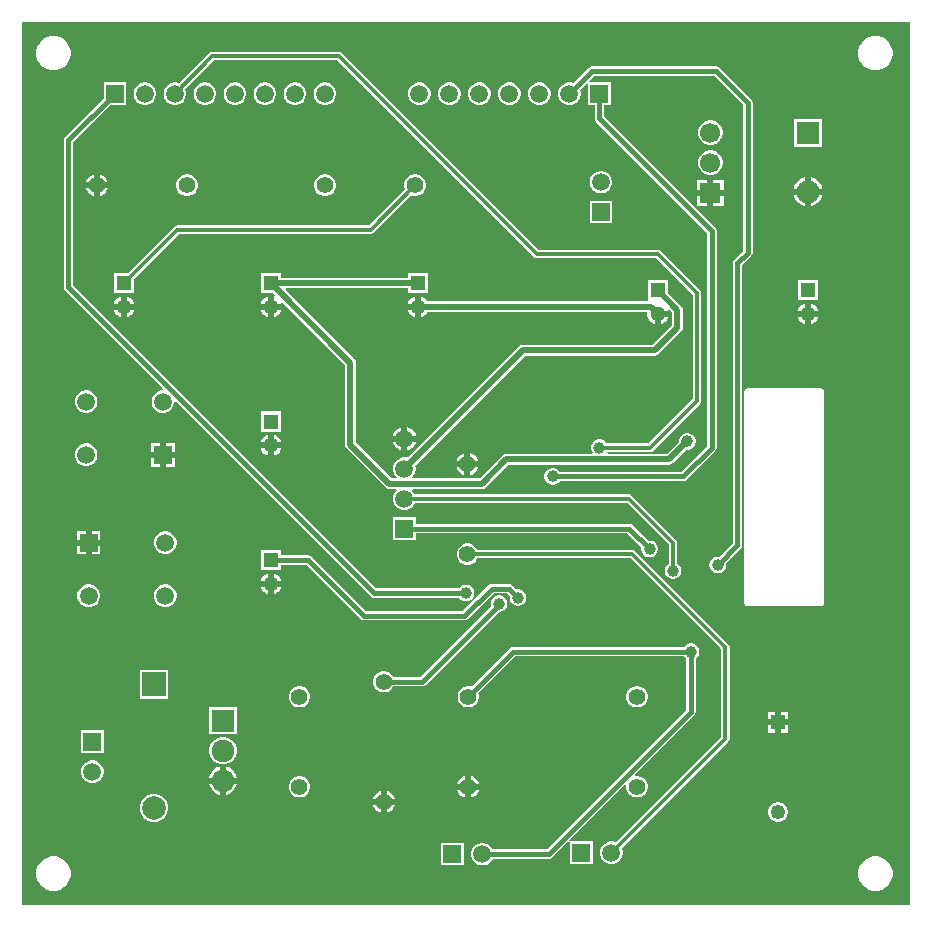
<source format=gbl>
G04*
G04 #@! TF.GenerationSoftware,Altium Limited,Altium Designer,22.4.2 (48)*
G04*
G04 Layer_Physical_Order=2*
G04 Layer_Color=16711680*
%FSLAX25Y25*%
%MOIN*%
G70*
G04*
G04 #@! TF.SameCoordinates,09A78814-C825-4F20-898B-51866AA435C6*
G04*
G04*
G04 #@! TF.FilePolarity,Positive*
G04*
G01*
G75*
%ADD33R,0.04921X0.04921*%
%ADD34C,0.04921*%
%ADD36C,0.01968*%
%ADD37C,0.01500*%
%ADD38C,0.01181*%
%ADD39R,0.05118X0.05118*%
%ADD40C,0.05118*%
%ADD41C,0.05512*%
%ADD42R,0.07677X0.07677*%
%ADD43C,0.07677*%
%ADD44R,0.06693X0.06693*%
%ADD45C,0.06693*%
%ADD46R,0.05906X0.05906*%
%ADD47C,0.05906*%
%ADD48R,0.05906X0.05906*%
%ADD49R,0.07559X0.07559*%
%ADD50C,0.07559*%
%ADD51C,0.07874*%
%ADD52R,0.07874X0.07874*%
%ADD53C,0.03937*%
G36*
X296929Y571D02*
X1071D01*
Y294929D01*
X296929D01*
Y571D01*
D02*
G37*
%LPC*%
G36*
X286253Y290221D02*
X284747D01*
X283292Y289831D01*
X281987Y289078D01*
X280922Y288013D01*
X280169Y286708D01*
X279779Y285253D01*
Y283747D01*
X280169Y282292D01*
X280922Y280987D01*
X281987Y279922D01*
X283292Y279169D01*
X284747Y278779D01*
X286253D01*
X287708Y279169D01*
X289013Y279922D01*
X290078Y280987D01*
X290831Y282292D01*
X291221Y283747D01*
Y285253D01*
X290831Y286708D01*
X290078Y288013D01*
X289013Y289078D01*
X287708Y289831D01*
X286253Y290221D01*
D02*
G37*
G36*
X12253D02*
X10747D01*
X9292Y289831D01*
X7987Y289078D01*
X6922Y288013D01*
X6169Y286708D01*
X5779Y285253D01*
Y283747D01*
X6169Y282292D01*
X6922Y280987D01*
X7987Y279922D01*
X9292Y279169D01*
X10747Y278779D01*
X12253D01*
X13708Y279169D01*
X15013Y279922D01*
X16078Y280987D01*
X16831Y282292D01*
X17221Y283747D01*
Y285253D01*
X16831Y286708D01*
X16078Y288013D01*
X15013Y289078D01*
X13708Y289831D01*
X12253Y290221D01*
D02*
G37*
G36*
X173994Y274753D02*
X173006D01*
X172052Y274497D01*
X171196Y274003D01*
X170497Y273304D01*
X170003Y272448D01*
X169747Y271494D01*
Y270506D01*
X170003Y269551D01*
X170497Y268696D01*
X171196Y267997D01*
X172052Y267503D01*
X173006Y267247D01*
X173994D01*
X174949Y267503D01*
X175804Y267997D01*
X176503Y268696D01*
X176997Y269551D01*
X177253Y270506D01*
Y271494D01*
X176997Y272448D01*
X176503Y273304D01*
X175804Y274003D01*
X174949Y274497D01*
X173994Y274753D01*
D02*
G37*
G36*
X163994D02*
X163006D01*
X162051Y274497D01*
X161196Y274003D01*
X160497Y273304D01*
X160003Y272448D01*
X159747Y271494D01*
Y270506D01*
X160003Y269551D01*
X160497Y268696D01*
X161196Y267997D01*
X162051Y267503D01*
X163006Y267247D01*
X163994D01*
X164948Y267503D01*
X165804Y267997D01*
X166503Y268696D01*
X166997Y269551D01*
X167253Y270506D01*
Y271494D01*
X166997Y272448D01*
X166503Y273304D01*
X165804Y274003D01*
X164948Y274497D01*
X163994Y274753D01*
D02*
G37*
G36*
X153994D02*
X153006D01*
X152051Y274497D01*
X151196Y274003D01*
X150497Y273304D01*
X150003Y272448D01*
X149747Y271494D01*
Y270506D01*
X150003Y269551D01*
X150497Y268696D01*
X151196Y267997D01*
X152051Y267503D01*
X153006Y267247D01*
X153994D01*
X154948Y267503D01*
X155804Y267997D01*
X156503Y268696D01*
X156997Y269551D01*
X157253Y270506D01*
Y271494D01*
X156997Y272448D01*
X156503Y273304D01*
X155804Y274003D01*
X154948Y274497D01*
X153994Y274753D01*
D02*
G37*
G36*
X143994D02*
X143006D01*
X142051Y274497D01*
X141196Y274003D01*
X140497Y273304D01*
X140003Y272448D01*
X139747Y271494D01*
Y270506D01*
X140003Y269551D01*
X140497Y268696D01*
X141196Y267997D01*
X142051Y267503D01*
X143006Y267247D01*
X143994D01*
X144948Y267503D01*
X145804Y267997D01*
X146503Y268696D01*
X146997Y269551D01*
X147253Y270506D01*
Y271494D01*
X146997Y272448D01*
X146503Y273304D01*
X145804Y274003D01*
X144948Y274497D01*
X143994Y274753D01*
D02*
G37*
G36*
X133994D02*
X133006D01*
X132052Y274497D01*
X131196Y274003D01*
X130497Y273304D01*
X130003Y272448D01*
X129747Y271494D01*
Y270506D01*
X130003Y269551D01*
X130497Y268696D01*
X131196Y267997D01*
X132052Y267503D01*
X133006Y267247D01*
X133994D01*
X134949Y267503D01*
X135804Y267997D01*
X136503Y268696D01*
X136997Y269551D01*
X137253Y270506D01*
Y271494D01*
X136997Y272448D01*
X136503Y273304D01*
X135804Y274003D01*
X134949Y274497D01*
X133994Y274753D01*
D02*
G37*
G36*
X102494D02*
X101506D01*
X100551Y274497D01*
X99696Y274003D01*
X98997Y273304D01*
X98503Y272448D01*
X98247Y271494D01*
Y270506D01*
X98503Y269551D01*
X98997Y268696D01*
X99696Y267997D01*
X100551Y267503D01*
X101506Y267247D01*
X102494D01*
X103448Y267503D01*
X104304Y267997D01*
X105003Y268696D01*
X105497Y269551D01*
X105753Y270506D01*
Y271494D01*
X105497Y272448D01*
X105003Y273304D01*
X104304Y274003D01*
X103448Y274497D01*
X102494Y274753D01*
D02*
G37*
G36*
X92494D02*
X91506D01*
X90552Y274497D01*
X89696Y274003D01*
X88997Y273304D01*
X88503Y272448D01*
X88247Y271494D01*
Y270506D01*
X88503Y269551D01*
X88997Y268696D01*
X89696Y267997D01*
X90552Y267503D01*
X91506Y267247D01*
X92494D01*
X93449Y267503D01*
X94304Y267997D01*
X95003Y268696D01*
X95497Y269551D01*
X95753Y270506D01*
Y271494D01*
X95497Y272448D01*
X95003Y273304D01*
X94304Y274003D01*
X93449Y274497D01*
X92494Y274753D01*
D02*
G37*
G36*
X82494D02*
X81506D01*
X80551Y274497D01*
X79696Y274003D01*
X78997Y273304D01*
X78503Y272448D01*
X78247Y271494D01*
Y270506D01*
X78503Y269551D01*
X78997Y268696D01*
X79696Y267997D01*
X80551Y267503D01*
X81506Y267247D01*
X82494D01*
X83448Y267503D01*
X84304Y267997D01*
X85003Y268696D01*
X85497Y269551D01*
X85753Y270506D01*
Y271494D01*
X85497Y272448D01*
X85003Y273304D01*
X84304Y274003D01*
X83448Y274497D01*
X82494Y274753D01*
D02*
G37*
G36*
X72494D02*
X71506D01*
X70552Y274497D01*
X69696Y274003D01*
X68997Y273304D01*
X68503Y272448D01*
X68247Y271494D01*
Y270506D01*
X68503Y269551D01*
X68997Y268696D01*
X69696Y267997D01*
X70552Y267503D01*
X71506Y267247D01*
X72494D01*
X73448Y267503D01*
X74304Y267997D01*
X75003Y268696D01*
X75497Y269551D01*
X75753Y270506D01*
Y271494D01*
X75497Y272448D01*
X75003Y273304D01*
X74304Y274003D01*
X73448Y274497D01*
X72494Y274753D01*
D02*
G37*
G36*
X62494D02*
X61506D01*
X60552Y274497D01*
X59696Y274003D01*
X58997Y273304D01*
X58503Y272448D01*
X58247Y271494D01*
Y270506D01*
X58503Y269551D01*
X58997Y268696D01*
X59696Y267997D01*
X60552Y267503D01*
X61506Y267247D01*
X62494D01*
X63449Y267503D01*
X64304Y267997D01*
X65003Y268696D01*
X65497Y269551D01*
X65753Y270506D01*
Y271494D01*
X65497Y272448D01*
X65003Y273304D01*
X64304Y274003D01*
X63449Y274497D01*
X62494Y274753D01*
D02*
G37*
G36*
X42494D02*
X41506D01*
X40551Y274497D01*
X39696Y274003D01*
X38997Y273304D01*
X38503Y272448D01*
X38247Y271494D01*
Y270506D01*
X38503Y269551D01*
X38997Y268696D01*
X39696Y267997D01*
X40551Y267503D01*
X41506Y267247D01*
X42494D01*
X43448Y267503D01*
X44304Y267997D01*
X45003Y268696D01*
X45497Y269551D01*
X45753Y270506D01*
Y271494D01*
X45497Y272448D01*
X45003Y273304D01*
X44304Y274003D01*
X43448Y274497D01*
X42494Y274753D01*
D02*
G37*
G36*
X231046Y262146D02*
X229954D01*
X228900Y261864D01*
X227954Y261318D01*
X227182Y260546D01*
X226636Y259600D01*
X226354Y258546D01*
Y257454D01*
X226636Y256399D01*
X227182Y255454D01*
X227954Y254682D01*
X228900Y254136D01*
X229954Y253854D01*
X231046D01*
X232101Y254136D01*
X233046Y254682D01*
X233818Y255454D01*
X234364Y256399D01*
X234647Y257454D01*
Y258546D01*
X234364Y259600D01*
X233818Y260546D01*
X233046Y261318D01*
X232101Y261864D01*
X231046Y262146D01*
D02*
G37*
G36*
X267639Y262639D02*
X258361D01*
Y253361D01*
X267639D01*
Y262639D01*
D02*
G37*
G36*
X231046Y252147D02*
X229954D01*
X228900Y251864D01*
X227954Y251318D01*
X227182Y250546D01*
X226636Y249601D01*
X226354Y248546D01*
Y247454D01*
X226636Y246399D01*
X227182Y245454D01*
X227954Y244682D01*
X228900Y244136D01*
X229954Y243853D01*
X231046D01*
X232101Y244136D01*
X233046Y244682D01*
X233818Y245454D01*
X234364Y246399D01*
X234647Y247454D01*
Y248546D01*
X234364Y249601D01*
X233818Y250546D01*
X233046Y251318D01*
X232101Y251864D01*
X231046Y252147D01*
D02*
G37*
G36*
X27000Y244120D02*
Y241500D01*
X29620D01*
X29500Y241950D01*
X29006Y242806D01*
X28306Y243506D01*
X27450Y244000D01*
X27000Y244120D01*
D02*
G37*
G36*
X25000D02*
X24550Y244000D01*
X23694Y243506D01*
X22995Y242806D01*
X22500Y241950D01*
X22380Y241500D01*
X25000D01*
Y244120D01*
D02*
G37*
G36*
X264000Y243056D02*
Y239315D01*
X267741D01*
X267509Y240183D01*
X266872Y241286D01*
X265971Y242187D01*
X264868Y242824D01*
X264000Y243056D01*
D02*
G37*
G36*
X262000D02*
X261132Y242824D01*
X260029Y242187D01*
X259128Y241286D01*
X258491Y240183D01*
X258259Y239315D01*
X262000D01*
Y243056D01*
D02*
G37*
G36*
X234846Y242347D02*
X231500D01*
Y239000D01*
X234846D01*
Y242347D01*
D02*
G37*
G36*
X229500D02*
X226153D01*
Y239000D01*
X229500D01*
Y242347D01*
D02*
G37*
G36*
X194494Y245253D02*
X193506D01*
X192552Y244997D01*
X191696Y244503D01*
X190997Y243804D01*
X190503Y242949D01*
X190247Y241994D01*
Y241006D01*
X190503Y240052D01*
X190997Y239196D01*
X191696Y238497D01*
X192552Y238003D01*
X193506Y237747D01*
X194494D01*
X195449Y238003D01*
X196304Y238497D01*
X197003Y239196D01*
X197497Y240052D01*
X197753Y241006D01*
Y241994D01*
X197497Y242949D01*
X197003Y243804D01*
X196304Y244503D01*
X195449Y244997D01*
X194494Y245253D01*
D02*
G37*
G36*
X132468Y244056D02*
X131532D01*
X130628Y243814D01*
X129817Y243345D01*
X129155Y242683D01*
X128686Y241873D01*
X128444Y240968D01*
Y240032D01*
X128673Y239178D01*
X116613Y227118D01*
X52826D01*
X52283Y227010D01*
X51824Y226702D01*
X36354Y211233D01*
X31641D01*
Y204515D01*
X38359D01*
Y209228D01*
X53413Y224282D01*
X117200D01*
X117743Y224390D01*
X118202Y224697D01*
X130678Y237173D01*
X131532Y236944D01*
X132468D01*
X133372Y237186D01*
X134183Y237655D01*
X134845Y238317D01*
X135314Y239127D01*
X135556Y240032D01*
Y240968D01*
X135314Y241873D01*
X134845Y242683D01*
X134183Y243345D01*
X133372Y243814D01*
X132468Y244056D01*
D02*
G37*
G36*
X102468D02*
X101532D01*
X100628Y243814D01*
X99817Y243345D01*
X99155Y242683D01*
X98686Y241873D01*
X98444Y240968D01*
Y240032D01*
X98686Y239127D01*
X99155Y238317D01*
X99817Y237655D01*
X100628Y237186D01*
X101532Y236944D01*
X102468D01*
X103373Y237186D01*
X104183Y237655D01*
X104845Y238317D01*
X105314Y239127D01*
X105556Y240032D01*
Y240968D01*
X105314Y241873D01*
X104845Y242683D01*
X104183Y243345D01*
X103373Y243814D01*
X102468Y244056D01*
D02*
G37*
G36*
X56468D02*
X55532D01*
X54628Y243814D01*
X53817Y243345D01*
X53155Y242683D01*
X52686Y241873D01*
X52444Y240968D01*
Y240032D01*
X52686Y239127D01*
X53155Y238317D01*
X53817Y237655D01*
X54628Y237186D01*
X55532Y236944D01*
X56468D01*
X57372Y237186D01*
X58183Y237655D01*
X58845Y238317D01*
X59314Y239127D01*
X59556Y240032D01*
Y240968D01*
X59314Y241873D01*
X58845Y242683D01*
X58183Y243345D01*
X57372Y243814D01*
X56468Y244056D01*
D02*
G37*
G36*
X29620Y239500D02*
X27000D01*
Y236880D01*
X27450Y237000D01*
X28306Y237494D01*
X29006Y238194D01*
X29500Y239050D01*
X29620Y239500D01*
D02*
G37*
G36*
X25000D02*
X22380D01*
X22500Y239050D01*
X22995Y238194D01*
X23694Y237494D01*
X24550Y237000D01*
X25000Y236880D01*
Y239500D01*
D02*
G37*
G36*
X234846Y237000D02*
X231500D01*
Y233653D01*
X234846D01*
Y237000D01*
D02*
G37*
G36*
X229500D02*
X226153D01*
Y233653D01*
X229500D01*
Y237000D01*
D02*
G37*
G36*
X267741Y237315D02*
X264000D01*
Y233574D01*
X264868Y233806D01*
X265971Y234443D01*
X266872Y235344D01*
X267509Y236447D01*
X267741Y237315D01*
D02*
G37*
G36*
X262000D02*
X258259D01*
X258491Y236447D01*
X259128Y235344D01*
X260029Y234443D01*
X261132Y233806D01*
X262000Y233574D01*
Y237315D01*
D02*
G37*
G36*
X197753Y235253D02*
X190247D01*
Y227747D01*
X197753D01*
Y235253D01*
D02*
G37*
G36*
X266359Y208796D02*
X259641D01*
Y202078D01*
X266359D01*
Y208796D01*
D02*
G37*
G36*
X36000Y203417D02*
Y201000D01*
X38417D01*
X38317Y201374D01*
X37848Y202185D01*
X37185Y202848D01*
X36374Y203316D01*
X36000Y203417D01*
D02*
G37*
G36*
X132000D02*
X131626Y203316D01*
X130815Y202848D01*
X130152Y202185D01*
X129683Y201374D01*
X129583Y201000D01*
X132000D01*
Y203417D01*
D02*
G37*
G36*
X34000D02*
X33626Y203316D01*
X32815Y202848D01*
X32152Y202185D01*
X31683Y201374D01*
X31583Y201000D01*
X34000D01*
Y203417D01*
D02*
G37*
G36*
X83000D02*
X82626Y203316D01*
X81815Y202848D01*
X81152Y202185D01*
X80683Y201374D01*
X80583Y201000D01*
X83000D01*
Y203417D01*
D02*
G37*
G36*
X264000Y200980D02*
Y198563D01*
X266417D01*
X266317Y198937D01*
X265848Y199748D01*
X265185Y200411D01*
X264374Y200880D01*
X264000Y200980D01*
D02*
G37*
G36*
X262000D02*
X261626Y200880D01*
X260815Y200411D01*
X260152Y199748D01*
X259683Y198937D01*
X259583Y198563D01*
X262000D01*
Y200980D01*
D02*
G37*
G36*
X87417Y199000D02*
X85000D01*
Y196583D01*
X85374Y196684D01*
X86185Y197152D01*
X86848Y197815D01*
X87317Y198626D01*
X87417Y199000D01*
D02*
G37*
G36*
X38417D02*
X36000D01*
Y196583D01*
X36374Y196684D01*
X37185Y197152D01*
X37848Y197815D01*
X38317Y198626D01*
X38417Y199000D01*
D02*
G37*
G36*
X132000D02*
X129583D01*
X129683Y198626D01*
X130152Y197815D01*
X130815Y197152D01*
X131626Y196684D01*
X132000Y196583D01*
Y199000D01*
D02*
G37*
G36*
X34000D02*
X31583D01*
X31683Y198626D01*
X32152Y197815D01*
X32815Y197152D01*
X33626Y196684D01*
X34000Y196583D01*
Y199000D01*
D02*
G37*
G36*
X83000D02*
X80583D01*
X80683Y198626D01*
X81152Y197815D01*
X81815Y197152D01*
X82626Y196684D01*
X83000Y196583D01*
Y199000D01*
D02*
G37*
G36*
X216417Y196563D02*
X214000D01*
Y194146D01*
X214374Y194246D01*
X215185Y194715D01*
X215848Y195378D01*
X216317Y196189D01*
X216417Y196563D01*
D02*
G37*
G36*
X266417D02*
X264000D01*
Y194146D01*
X264374Y194246D01*
X265185Y194715D01*
X265848Y195378D01*
X266317Y196189D01*
X266417Y196563D01*
D02*
G37*
G36*
X262000D02*
X259583D01*
X259683Y196189D01*
X260152Y195378D01*
X260815Y194715D01*
X261626Y194246D01*
X262000Y194146D01*
Y196563D01*
D02*
G37*
G36*
X106700Y284918D02*
X64500D01*
X63957Y284810D01*
X63498Y284503D01*
X53476Y274481D01*
X53448Y274497D01*
X52494Y274753D01*
X51506D01*
X50551Y274497D01*
X49696Y274003D01*
X48997Y273304D01*
X48503Y272448D01*
X48247Y271494D01*
Y270506D01*
X48503Y269551D01*
X48997Y268696D01*
X49696Y267997D01*
X50551Y267503D01*
X51506Y267247D01*
X52494D01*
X53448Y267503D01*
X54304Y267997D01*
X55003Y268696D01*
X55497Y269551D01*
X55753Y270506D01*
Y271494D01*
X55497Y272448D01*
X55481Y272476D01*
X65087Y282082D01*
X106113D01*
X171697Y216497D01*
X172157Y216190D01*
X172700Y216082D01*
X212413D01*
X224582Y203913D01*
Y169287D01*
X209713Y154418D01*
X195878D01*
X195715Y154700D01*
X195200Y155215D01*
X194569Y155580D01*
X193865Y155769D01*
X193135D01*
X192431Y155580D01*
X191800Y155215D01*
X191285Y154700D01*
X190920Y154069D01*
X190732Y153365D01*
Y152636D01*
X190920Y151931D01*
X191216Y151419D01*
X191022Y150919D01*
X162500D01*
X162500Y150919D01*
X161804Y150781D01*
X161214Y150386D01*
X153647Y142819D01*
X131333D01*
X131126Y143319D01*
X131503Y143696D01*
X131997Y144552D01*
X132253Y145506D01*
Y146494D01*
X132108Y147035D01*
X168754Y183681D01*
X212000D01*
X212000Y183681D01*
X212696Y183819D01*
X213286Y184214D01*
X220786Y191714D01*
X220786Y191714D01*
X221181Y192304D01*
X221319Y193000D01*
Y198937D01*
X221319Y198937D01*
X221181Y199633D01*
X220786Y200223D01*
X220786Y200223D01*
X216359Y204651D01*
Y208796D01*
X209641D01*
Y202319D01*
X209641Y202078D01*
X209248Y201819D01*
X136059D01*
X135848Y202185D01*
X135185Y202848D01*
X134374Y203316D01*
X134000Y203417D01*
Y200000D01*
Y196583D01*
X134374Y196684D01*
X135185Y197152D01*
X135848Y197815D01*
X136059Y198181D01*
X209326D01*
X209441Y198031D01*
Y197094D01*
X209683Y196189D01*
X210152Y195378D01*
X210815Y194715D01*
X211626Y194246D01*
X212000Y194146D01*
Y197563D01*
X213000D01*
Y198563D01*
X216417D01*
X216352Y198805D01*
X216800Y199064D01*
X217681Y198184D01*
Y193754D01*
X211246Y187319D01*
X168000D01*
X168000Y187319D01*
X167304Y187181D01*
X166714Y186786D01*
X166714Y186786D01*
X129535Y149608D01*
X128994Y149753D01*
X128006D01*
X127051Y149497D01*
X126196Y149003D01*
X125497Y148304D01*
X125003Y147449D01*
X124747Y146494D01*
Y145506D01*
X125003Y144552D01*
X125497Y143696D01*
X125874Y143319D01*
X125666Y142819D01*
X124253D01*
X112319Y154753D01*
Y181374D01*
X112319Y181374D01*
X112181Y182070D01*
X111786Y182660D01*
X88854Y205593D01*
X89045Y206055D01*
X129641D01*
Y204515D01*
X136359D01*
Y211233D01*
X129641D01*
Y209693D01*
X87359D01*
Y211233D01*
X80641D01*
Y204515D01*
X84786D01*
X85501Y203800D01*
X85242Y203352D01*
X85000Y203417D01*
Y201000D01*
X87417D01*
X87352Y201242D01*
X87800Y201501D01*
X108681Y180621D01*
Y154000D01*
X108681Y154000D01*
X108819Y153304D01*
X109214Y152714D01*
X122214Y139714D01*
X122214Y139714D01*
X122804Y139319D01*
X123500Y139181D01*
X123500Y139181D01*
X125666D01*
X125874Y138681D01*
X125497Y138304D01*
X125003Y137449D01*
X124747Y136494D01*
Y135506D01*
X125003Y134552D01*
X125497Y133696D01*
X126196Y132997D01*
X127051Y132503D01*
X128006Y132247D01*
X128994D01*
X129948Y132503D01*
X130804Y132997D01*
X131503Y133696D01*
X131997Y134552D01*
X132005Y134582D01*
X202713D01*
X216582Y120713D01*
Y114378D01*
X216300Y114215D01*
X215785Y113700D01*
X215420Y113069D01*
X215231Y112364D01*
Y111635D01*
X215420Y110931D01*
X215785Y110300D01*
X216300Y109785D01*
X216931Y109420D01*
X217635Y109231D01*
X218365D01*
X219069Y109420D01*
X219700Y109785D01*
X220215Y110300D01*
X220580Y110931D01*
X220768Y111635D01*
Y112364D01*
X220580Y113069D01*
X220215Y113700D01*
X219700Y114215D01*
X219418Y114378D01*
Y121300D01*
X219310Y121843D01*
X219003Y122302D01*
X204303Y137003D01*
X203843Y137310D01*
X203300Y137418D01*
X132005D01*
X131997Y137449D01*
X131503Y138304D01*
X131126Y138681D01*
X131333Y139181D01*
X154400D01*
X154400Y139181D01*
X155096Y139319D01*
X155686Y139714D01*
X163253Y147281D01*
X216800D01*
X216800Y147281D01*
X217496Y147419D01*
X218086Y147814D01*
X222604Y152331D01*
X223165D01*
X223869Y152520D01*
X224500Y152885D01*
X225015Y153400D01*
X225380Y154031D01*
X225569Y154736D01*
Y155464D01*
X225380Y156169D01*
X225015Y156800D01*
X224500Y157315D01*
X223869Y157680D01*
X223165Y157869D01*
X222435D01*
X221731Y157680D01*
X221100Y157315D01*
X220585Y156800D01*
X220220Y156169D01*
X220031Y155464D01*
Y154904D01*
X216047Y150919D01*
X196409D01*
X196145Y151419D01*
X196257Y151582D01*
X210300D01*
X210843Y151690D01*
X211302Y151997D01*
X227003Y167698D01*
X227310Y168157D01*
X227418Y168700D01*
Y204500D01*
X227310Y205043D01*
X227003Y205503D01*
X214002Y218502D01*
X213543Y218810D01*
X213000Y218918D01*
X173287D01*
X107703Y284503D01*
X107243Y284810D01*
X106700Y284918D01*
D02*
G37*
G36*
X22844Y172111D02*
X21856D01*
X20902Y171855D01*
X20046Y171361D01*
X19347Y170662D01*
X18853Y169807D01*
X18598Y168852D01*
Y167864D01*
X18853Y166910D01*
X19347Y166054D01*
X20046Y165355D01*
X20902Y164861D01*
X21856Y164605D01*
X22844D01*
X23799Y164861D01*
X24655Y165355D01*
X25353Y166054D01*
X25847Y166910D01*
X26103Y167864D01*
Y168852D01*
X25847Y169807D01*
X25353Y170662D01*
X24655Y171361D01*
X23799Y171855D01*
X22844Y172111D01*
D02*
G37*
G36*
X87359Y165046D02*
X80641D01*
Y158328D01*
X87359D01*
Y165046D01*
D02*
G37*
G36*
X129500Y159824D02*
Y157000D01*
X132324D01*
X132183Y157526D01*
X131663Y158427D01*
X130927Y159163D01*
X130026Y159683D01*
X129500Y159824D01*
D02*
G37*
G36*
X127500D02*
X126974Y159683D01*
X126073Y159163D01*
X125337Y158427D01*
X124817Y157526D01*
X124676Y157000D01*
X127500D01*
Y159824D01*
D02*
G37*
G36*
X85000Y157230D02*
Y154813D01*
X87417D01*
X87317Y155187D01*
X86848Y155998D01*
X86185Y156661D01*
X85374Y157130D01*
X85000Y157230D01*
D02*
G37*
G36*
X83000D02*
X82626Y157130D01*
X81815Y156661D01*
X81152Y155998D01*
X80683Y155187D01*
X80583Y154813D01*
X83000D01*
Y157230D01*
D02*
G37*
G36*
X132324Y155000D02*
X129500D01*
Y152176D01*
X130026Y152317D01*
X130927Y152837D01*
X131663Y153573D01*
X132183Y154474D01*
X132324Y155000D01*
D02*
G37*
G36*
X127500D02*
X124676D01*
X124817Y154474D01*
X125337Y153573D01*
X126073Y152837D01*
X126974Y152317D01*
X127500Y152176D01*
Y155000D01*
D02*
G37*
G36*
X51894Y154595D02*
X48941D01*
Y151642D01*
X51894D01*
Y154595D01*
D02*
G37*
G36*
X46941D02*
X43988D01*
Y151642D01*
X46941D01*
Y154595D01*
D02*
G37*
G36*
X87417Y152813D02*
X85000D01*
Y150396D01*
X85374Y150496D01*
X86185Y150965D01*
X86848Y151628D01*
X87317Y152439D01*
X87417Y152813D01*
D02*
G37*
G36*
X83000D02*
X80583D01*
X80683Y152439D01*
X81152Y151628D01*
X81815Y150965D01*
X82626Y150496D01*
X83000Y150396D01*
Y152813D01*
D02*
G37*
G36*
X150500Y151120D02*
Y148500D01*
X153120D01*
X153000Y148950D01*
X152506Y149806D01*
X151806Y150505D01*
X150950Y151000D01*
X150500Y151120D01*
D02*
G37*
G36*
X148500D02*
X148050Y151000D01*
X147194Y150505D01*
X146494Y149806D01*
X146000Y148950D01*
X145880Y148500D01*
X148500D01*
Y151120D01*
D02*
G37*
G36*
X22844Y154395D02*
X21856D01*
X20902Y154139D01*
X20046Y153645D01*
X19347Y152946D01*
X18853Y152090D01*
X18598Y151136D01*
Y150148D01*
X18853Y149193D01*
X19347Y148338D01*
X20046Y147639D01*
X20902Y147145D01*
X21856Y146889D01*
X22844D01*
X23799Y147145D01*
X24655Y147639D01*
X25353Y148338D01*
X25847Y149193D01*
X26103Y150148D01*
Y151136D01*
X25847Y152090D01*
X25353Y152946D01*
X24655Y153645D01*
X23799Y154139D01*
X22844Y154395D01*
D02*
G37*
G36*
X51894Y149642D02*
X48941D01*
Y146689D01*
X51894D01*
Y149642D01*
D02*
G37*
G36*
X46941D02*
X43988D01*
Y146689D01*
X46941D01*
Y149642D01*
D02*
G37*
G36*
X153120Y146500D02*
X150500D01*
Y143880D01*
X150950Y144000D01*
X151806Y144494D01*
X152506Y145194D01*
X153000Y146050D01*
X153120Y146500D01*
D02*
G37*
G36*
X148500D02*
X145880D01*
X146000Y146050D01*
X146494Y145194D01*
X147194Y144494D01*
X148050Y144000D01*
X148500Y143880D01*
Y146500D01*
D02*
G37*
G36*
X27158Y125311D02*
X24205D01*
Y122358D01*
X27158D01*
Y125311D01*
D02*
G37*
G36*
X22205D02*
X19252D01*
Y122358D01*
X22205D01*
Y125311D01*
D02*
G37*
G36*
X49289Y125111D02*
X48301D01*
X47347Y124855D01*
X46491Y124361D01*
X45792Y123662D01*
X45298Y122807D01*
X45042Y121852D01*
Y120864D01*
X45298Y119910D01*
X45792Y119054D01*
X46491Y118355D01*
X47347Y117861D01*
X48301Y117605D01*
X49289D01*
X50244Y117861D01*
X51099Y118355D01*
X51798Y119054D01*
X52292Y119910D01*
X52548Y120864D01*
Y121852D01*
X52292Y122807D01*
X51798Y123662D01*
X51099Y124361D01*
X50244Y124855D01*
X49289Y125111D01*
D02*
G37*
G36*
X27158Y120358D02*
X24205D01*
Y117405D01*
X27158D01*
Y120358D01*
D02*
G37*
G36*
X22205D02*
X19252D01*
Y117405D01*
X22205D01*
Y120358D01*
D02*
G37*
G36*
X232500Y280080D02*
X191000D01*
X190395Y279960D01*
X189883Y279618D01*
X184801Y274536D01*
X183994Y274753D01*
X183006D01*
X182052Y274497D01*
X181196Y274003D01*
X180497Y273304D01*
X180003Y272448D01*
X179747Y271494D01*
Y270506D01*
X180003Y269551D01*
X180497Y268696D01*
X181196Y267997D01*
X182052Y267503D01*
X183006Y267247D01*
X183994D01*
X184949Y267503D01*
X185804Y267997D01*
X186503Y268696D01*
X186997Y269551D01*
X187253Y270506D01*
Y271494D01*
X187036Y272301D01*
X189247Y274512D01*
X189747Y274305D01*
Y267247D01*
X191920D01*
Y262800D01*
X192040Y262195D01*
X192383Y261683D01*
X229420Y224645D01*
Y153655D01*
X220745Y144980D01*
X180221D01*
X180152Y145100D01*
X179637Y145615D01*
X179006Y145980D01*
X178302Y146168D01*
X177573D01*
X176868Y145980D01*
X176237Y145615D01*
X175722Y145100D01*
X175357Y144469D01*
X175169Y143764D01*
Y143035D01*
X175357Y142331D01*
X175722Y141700D01*
X176237Y141185D01*
X176868Y140820D01*
X177573Y140631D01*
X178302D01*
X179006Y140820D01*
X179637Y141185D01*
X180152Y141700D01*
X180221Y141820D01*
X221400D01*
X222005Y141940D01*
X222517Y142282D01*
X232118Y151883D01*
X232460Y152395D01*
X232580Y153000D01*
Y225300D01*
X232460Y225905D01*
X232118Y226417D01*
X195080Y263455D01*
Y267247D01*
X197253D01*
Y274753D01*
X190195D01*
X189988Y275253D01*
X191655Y276920D01*
X231845D01*
X241420Y267345D01*
Y218655D01*
X238383Y215617D01*
X238040Y215105D01*
X237920Y214500D01*
Y121155D01*
X233435Y116670D01*
X233301Y116706D01*
X232573D01*
X231868Y116517D01*
X231237Y116152D01*
X230722Y115637D01*
X230357Y115006D01*
X230169Y114302D01*
Y113573D01*
X230357Y112868D01*
X230722Y112237D01*
X231237Y111722D01*
X231868Y111357D01*
X232573Y111169D01*
X233301D01*
X234006Y111357D01*
X234637Y111722D01*
X235152Y112237D01*
X235517Y112868D01*
X235705Y113573D01*
Y114302D01*
X235670Y114435D01*
X240617Y119383D01*
X240960Y119895D01*
X241080Y120500D01*
Y213845D01*
X244117Y216882D01*
X244460Y217395D01*
X244580Y218000D01*
Y268000D01*
X244460Y268605D01*
X244117Y269117D01*
X233617Y279618D01*
X233105Y279960D01*
X232500Y280080D01*
D02*
G37*
G36*
X132253Y129753D02*
X124747D01*
Y122247D01*
X132253D01*
Y124420D01*
X202745D01*
X207467Y119698D01*
X207432Y119564D01*
Y118835D01*
X207620Y118131D01*
X207985Y117500D01*
X208500Y116985D01*
X209131Y116620D01*
X209836Y116431D01*
X210564D01*
X211269Y116620D01*
X211900Y116985D01*
X212415Y117500D01*
X212780Y118131D01*
X212968Y118835D01*
Y119564D01*
X212780Y120269D01*
X212415Y120900D01*
X211900Y121415D01*
X211269Y121780D01*
X210564Y121968D01*
X209836D01*
X209702Y121933D01*
X204518Y127118D01*
X204005Y127460D01*
X203400Y127580D01*
X132253D01*
Y129753D01*
D02*
G37*
G36*
X85000Y111043D02*
Y108626D01*
X87417D01*
X87317Y109000D01*
X86848Y109811D01*
X86185Y110474D01*
X85374Y110942D01*
X85000Y111043D01*
D02*
G37*
G36*
X83000D02*
X82626Y110942D01*
X81815Y110474D01*
X81152Y109811D01*
X80683Y109000D01*
X80583Y108626D01*
X83000D01*
Y111043D01*
D02*
G37*
G36*
X87417Y106626D02*
X85000D01*
Y104209D01*
X85374Y104309D01*
X86185Y104778D01*
X86848Y105441D01*
X87317Y106252D01*
X87417Y106626D01*
D02*
G37*
G36*
X83000D02*
X80583D01*
X80683Y106252D01*
X81152Y105441D01*
X81815Y104778D01*
X82626Y104309D01*
X83000Y104209D01*
Y106626D01*
D02*
G37*
G36*
X35753Y274753D02*
X28247D01*
Y269482D01*
X15382Y256617D01*
X15040Y256105D01*
X14920Y255500D01*
Y206500D01*
X15040Y205895D01*
X15382Y205382D01*
X48154Y172611D01*
X47947Y172111D01*
X47447D01*
X46492Y171855D01*
X45637Y171361D01*
X44938Y170662D01*
X44444Y169807D01*
X44188Y168852D01*
Y167864D01*
X44444Y166910D01*
X44938Y166054D01*
X45637Y165355D01*
X46492Y164861D01*
X47447Y164605D01*
X48435D01*
X49389Y164861D01*
X50245Y165355D01*
X50944Y166054D01*
X51438Y166910D01*
X51694Y167864D01*
Y168364D01*
X52194Y168571D01*
X117383Y103383D01*
X117895Y103040D01*
X118500Y102920D01*
X146716D01*
X146785Y102800D01*
X147300Y102285D01*
X147931Y101920D01*
X148635Y101732D01*
X149364D01*
X150069Y101920D01*
X150700Y102285D01*
X151215Y102800D01*
X151580Y103431D01*
X151769Y104136D01*
Y104865D01*
X151580Y105569D01*
X151215Y106200D01*
X150700Y106715D01*
X150069Y107080D01*
X149364Y107269D01*
X148635D01*
X147931Y107080D01*
X147300Y106715D01*
X146785Y106200D01*
X146716Y106080D01*
X119155D01*
X18080Y207155D01*
Y254845D01*
X30482Y267247D01*
X35753D01*
Y274753D01*
D02*
G37*
G36*
X267425Y172749D02*
X242622D01*
X242310Y172687D01*
X242045Y172510D01*
X241869Y172245D01*
X241807Y171933D01*
Y101067D01*
X241869Y100755D01*
X242045Y100490D01*
X242310Y100313D01*
X242622Y100251D01*
X267425D01*
X267737Y100313D01*
X268002Y100490D01*
X268179Y100755D01*
X268241Y101067D01*
Y171933D01*
X268179Y172245D01*
X268002Y172510D01*
X267737Y172687D01*
X267425Y172749D01*
D02*
G37*
G36*
X87359Y118859D02*
X80641D01*
Y112141D01*
X87359D01*
Y113920D01*
X95845D01*
X113883Y95882D01*
X114395Y95540D01*
X115000Y95420D01*
X148500D01*
X149105Y95540D01*
X149618Y95882D01*
X158173Y104438D01*
X162627D01*
X163567Y103498D01*
X163531Y103365D01*
Y102636D01*
X163720Y101931D01*
X164085Y101300D01*
X164600Y100785D01*
X165231Y100420D01*
X165936Y100232D01*
X166665D01*
X167369Y100420D01*
X168000Y100785D01*
X168515Y101300D01*
X168880Y101931D01*
X169069Y102636D01*
Y103365D01*
X168880Y104069D01*
X168515Y104700D01*
X168000Y105215D01*
X167369Y105580D01*
X166665Y105769D01*
X165936D01*
X165802Y105733D01*
X164399Y107136D01*
X163886Y107479D01*
X163281Y107599D01*
X157519D01*
X156914Y107479D01*
X156401Y107136D01*
X147845Y98580D01*
X115655D01*
X97618Y116618D01*
X97105Y116960D01*
X96500Y117080D01*
X87359D01*
Y118859D01*
D02*
G37*
G36*
X49289Y107395D02*
X48301D01*
X47347Y107139D01*
X46491Y106645D01*
X45792Y105946D01*
X45298Y105090D01*
X45042Y104136D01*
Y103148D01*
X45298Y102193D01*
X45792Y101338D01*
X46491Y100639D01*
X47347Y100145D01*
X48301Y99889D01*
X49289D01*
X50244Y100145D01*
X51099Y100639D01*
X51798Y101338D01*
X52292Y102193D01*
X52548Y103148D01*
Y104136D01*
X52292Y105090D01*
X51798Y105946D01*
X51099Y106645D01*
X50244Y107139D01*
X49289Y107395D01*
D02*
G37*
G36*
X23699D02*
X22711D01*
X21756Y107139D01*
X20901Y106645D01*
X20202Y105946D01*
X19708Y105090D01*
X19452Y104136D01*
Y103148D01*
X19708Y102193D01*
X20202Y101338D01*
X20901Y100639D01*
X21756Y100145D01*
X22711Y99889D01*
X23699D01*
X24653Y100145D01*
X25509Y100639D01*
X26208Y101338D01*
X26702Y102193D01*
X26957Y103148D01*
Y104136D01*
X26702Y105090D01*
X26208Y105946D01*
X25509Y106645D01*
X24653Y107139D01*
X23699Y107395D01*
D02*
G37*
G36*
X160364Y103769D02*
X159635D01*
X158931Y103580D01*
X158300Y103215D01*
X157785Y102700D01*
X157420Y102069D01*
X157231Y101365D01*
Y100636D01*
X157373Y100108D01*
X133845Y76580D01*
X124819D01*
X124470Y77183D01*
X123808Y77845D01*
X122997Y78314D01*
X122093Y78556D01*
X121157D01*
X120253Y78314D01*
X119442Y77845D01*
X118780Y77183D01*
X118311Y76372D01*
X118069Y75468D01*
Y74532D01*
X118311Y73628D01*
X118780Y72817D01*
X119442Y72155D01*
X120253Y71686D01*
X121157Y71444D01*
X122093D01*
X122997Y71686D01*
X123808Y72155D01*
X124470Y72817D01*
X124819Y73420D01*
X134500D01*
X135105Y73540D01*
X135617Y73883D01*
X159967Y98232D01*
X160364D01*
X161069Y98420D01*
X161700Y98785D01*
X162215Y99300D01*
X162580Y99931D01*
X162768Y100636D01*
Y101365D01*
X162580Y102069D01*
X162215Y102700D01*
X161700Y103215D01*
X161069Y103580D01*
X160364Y103769D01*
D02*
G37*
G36*
X49737Y78828D02*
X40263D01*
Y69354D01*
X49737D01*
Y78828D01*
D02*
G37*
G36*
X206468Y73556D02*
X205532D01*
X204627Y73314D01*
X203817Y72845D01*
X203155Y72183D01*
X202686Y71372D01*
X202444Y70468D01*
Y69532D01*
X202686Y68628D01*
X203155Y67817D01*
X203817Y67155D01*
X204627Y66686D01*
X205532Y66444D01*
X206468D01*
X207372Y66686D01*
X208183Y67155D01*
X208845Y67817D01*
X209314Y68628D01*
X209556Y69532D01*
Y70468D01*
X209314Y71372D01*
X208845Y72183D01*
X208183Y72845D01*
X207372Y73314D01*
X206468Y73556D01*
D02*
G37*
G36*
X93968D02*
X93032D01*
X92128Y73314D01*
X91317Y72845D01*
X90655Y72183D01*
X90186Y71372D01*
X89944Y70468D01*
Y69532D01*
X90186Y68628D01*
X90655Y67817D01*
X91317Y67155D01*
X92128Y66686D01*
X93032Y66444D01*
X93968D01*
X94872Y66686D01*
X95683Y67155D01*
X96345Y67817D01*
X96814Y68628D01*
X97056Y69532D01*
Y70468D01*
X96814Y71372D01*
X96345Y72183D01*
X95683Y72845D01*
X94872Y73314D01*
X93968Y73556D01*
D02*
G37*
G36*
X256461Y64921D02*
X254000D01*
Y62461D01*
X256461D01*
Y64921D01*
D02*
G37*
G36*
X252000D02*
X249539D01*
Y62461D01*
X252000D01*
Y64921D01*
D02*
G37*
G36*
X256461Y60461D02*
X254000D01*
Y58000D01*
X256461D01*
Y60461D01*
D02*
G37*
G36*
X252000D02*
X249539D01*
Y58000D01*
X252000D01*
Y60461D01*
D02*
G37*
G36*
X72579Y66580D02*
X63420D01*
Y57420D01*
X72579D01*
Y66580D01*
D02*
G37*
G36*
X28253Y58753D02*
X20747D01*
Y51247D01*
X28253D01*
Y58753D01*
D02*
G37*
G36*
X68603Y56580D02*
X67397D01*
X66232Y56267D01*
X65188Y55664D01*
X64336Y54812D01*
X63733Y53768D01*
X63420Y52603D01*
Y51397D01*
X63733Y50232D01*
X64336Y49188D01*
X65188Y48335D01*
X66232Y47732D01*
X67397Y47420D01*
X68603D01*
X69768Y47732D01*
X70812Y48335D01*
X71665Y49188D01*
X72267Y50232D01*
X72579Y51397D01*
Y52603D01*
X72267Y53768D01*
X71665Y54812D01*
X70812Y55664D01*
X69768Y56267D01*
X68603Y56580D01*
D02*
G37*
G36*
X69000Y46680D02*
Y43000D01*
X72680D01*
X72454Y43845D01*
X71825Y44935D01*
X70935Y45825D01*
X69845Y46454D01*
X69000Y46680D01*
D02*
G37*
G36*
X67000D02*
X66155Y46454D01*
X65065Y45825D01*
X64175Y44935D01*
X63546Y43845D01*
X63320Y43000D01*
X67000D01*
Y46680D01*
D02*
G37*
G36*
X24994Y48753D02*
X24006D01*
X23052Y48497D01*
X22196Y48003D01*
X21497Y47304D01*
X21003Y46448D01*
X20747Y45494D01*
Y44506D01*
X21003Y43551D01*
X21497Y42696D01*
X22196Y41997D01*
X23052Y41503D01*
X24006Y41247D01*
X24994D01*
X25949Y41503D01*
X26804Y41997D01*
X27503Y42696D01*
X27997Y43551D01*
X28253Y44506D01*
Y45494D01*
X27997Y46448D01*
X27503Y47304D01*
X26804Y48003D01*
X25949Y48497D01*
X24994Y48753D01*
D02*
G37*
G36*
X150750Y43620D02*
Y41000D01*
X153370D01*
X153250Y41450D01*
X152755Y42306D01*
X152056Y43005D01*
X151200Y43500D01*
X150750Y43620D01*
D02*
G37*
G36*
X148750D02*
X148300Y43500D01*
X147444Y43005D01*
X146745Y42306D01*
X146250Y41450D01*
X146130Y41000D01*
X148750D01*
Y43620D01*
D02*
G37*
G36*
X72680Y41000D02*
X69000D01*
Y37320D01*
X69845Y37546D01*
X70935Y38175D01*
X71825Y39065D01*
X72454Y40155D01*
X72680Y41000D01*
D02*
G37*
G36*
X67000D02*
X63320D01*
X63546Y40155D01*
X64175Y39065D01*
X65065Y38175D01*
X66155Y37546D01*
X67000Y37320D01*
Y41000D01*
D02*
G37*
G36*
X224318Y87769D02*
X223589D01*
X222885Y87580D01*
X222253Y87215D01*
X221738Y86700D01*
X221669Y86580D01*
X164750D01*
X164145Y86460D01*
X163633Y86118D01*
X150891Y73376D01*
X150218Y73556D01*
X149282D01*
X148378Y73314D01*
X147567Y72845D01*
X146905Y72183D01*
X146436Y71372D01*
X146194Y70468D01*
Y69532D01*
X146436Y68628D01*
X146905Y67817D01*
X147567Y67155D01*
X148378Y66686D01*
X149282Y66444D01*
X150218D01*
X151122Y66686D01*
X151933Y67155D01*
X152595Y67817D01*
X153064Y68628D01*
X153306Y69532D01*
Y70468D01*
X153126Y71141D01*
X165405Y83420D01*
X221669D01*
X221738Y83300D01*
X222253Y82785D01*
X222420Y82689D01*
Y65555D01*
X175945Y19080D01*
X157921D01*
X157503Y19804D01*
X156804Y20503D01*
X155948Y20997D01*
X154994Y21253D01*
X154006D01*
X153051Y20997D01*
X152196Y20503D01*
X151497Y19804D01*
X151003Y18948D01*
X150747Y17994D01*
Y17006D01*
X151003Y16051D01*
X151497Y15196D01*
X152196Y14497D01*
X153051Y14003D01*
X154006Y13747D01*
X154994D01*
X155948Y14003D01*
X156804Y14497D01*
X157503Y15196D01*
X157921Y15920D01*
X176600D01*
X177205Y16040D01*
X177717Y16383D01*
X183360Y22025D01*
X183747Y21705D01*
X183747Y21272D01*
Y14247D01*
X191253D01*
Y21753D01*
X184245D01*
X183795Y21753D01*
X183475Y22140D01*
X202038Y40703D01*
X202094Y40670D01*
X202444Y40402D01*
Y39532D01*
X202686Y38627D01*
X203155Y37817D01*
X203817Y37155D01*
X204627Y36686D01*
X205532Y36444D01*
X206468D01*
X207372Y36686D01*
X208183Y37155D01*
X208845Y37817D01*
X209314Y38627D01*
X209556Y39532D01*
Y40468D01*
X209314Y41372D01*
X208845Y42183D01*
X208183Y42845D01*
X207372Y43314D01*
X206468Y43556D01*
X205598D01*
X205330Y43906D01*
X205297Y43962D01*
X225117Y63783D01*
X225460Y64295D01*
X225580Y64900D01*
Y82743D01*
X225653Y82785D01*
X226169Y83300D01*
X226533Y83931D01*
X226722Y84636D01*
Y85365D01*
X226533Y86069D01*
X226169Y86700D01*
X225653Y87215D01*
X225022Y87580D01*
X224318Y87769D01*
D02*
G37*
G36*
X93968Y43556D02*
X93032D01*
X92128Y43314D01*
X91317Y42845D01*
X90655Y42183D01*
X90186Y41372D01*
X89944Y40468D01*
Y39532D01*
X90186Y38627D01*
X90655Y37817D01*
X91317Y37155D01*
X92128Y36686D01*
X93032Y36444D01*
X93968D01*
X94872Y36686D01*
X95683Y37155D01*
X96345Y37817D01*
X96814Y38627D01*
X97056Y39532D01*
Y40468D01*
X96814Y41372D01*
X96345Y42183D01*
X95683Y42845D01*
X94872Y43314D01*
X93968Y43556D01*
D02*
G37*
G36*
X153370Y39000D02*
X150750D01*
Y36380D01*
X151200Y36500D01*
X152056Y36994D01*
X152755Y37694D01*
X153250Y38550D01*
X153370Y39000D01*
D02*
G37*
G36*
X148750D02*
X146130D01*
X146250Y38550D01*
X146745Y37694D01*
X147444Y36994D01*
X148300Y36500D01*
X148750Y36380D01*
Y39000D01*
D02*
G37*
G36*
X122625Y38620D02*
Y36000D01*
X125245D01*
X125125Y36450D01*
X124630Y37306D01*
X123931Y38006D01*
X123075Y38500D01*
X122625Y38620D01*
D02*
G37*
G36*
X120625D02*
X120175Y38500D01*
X119319Y38006D01*
X118620Y37306D01*
X118125Y36450D01*
X118005Y36000D01*
X120625D01*
Y38620D01*
D02*
G37*
G36*
X125245Y34000D02*
X122625D01*
Y31380D01*
X123075Y31500D01*
X123931Y31995D01*
X124630Y32694D01*
X125125Y33550D01*
X125245Y34000D01*
D02*
G37*
G36*
X120625D02*
X118005D01*
X118125Y33550D01*
X118620Y32694D01*
X119319Y31995D01*
X120175Y31500D01*
X120625Y31380D01*
Y34000D01*
D02*
G37*
G36*
X253429Y34800D02*
X252571D01*
X251741Y34578D01*
X250998Y34149D01*
X250391Y33542D01*
X249962Y32798D01*
X249739Y31969D01*
Y31110D01*
X249962Y30281D01*
X250391Y29537D01*
X250998Y28930D01*
X251741Y28501D01*
X252571Y28279D01*
X253429D01*
X254259Y28501D01*
X255002Y28930D01*
X255609Y29537D01*
X256038Y30281D01*
X256261Y31110D01*
Y31969D01*
X256038Y32798D01*
X255609Y33542D01*
X255002Y34149D01*
X254259Y34578D01*
X253429Y34800D01*
D02*
G37*
G36*
X45624Y37646D02*
X44376D01*
X43172Y37324D01*
X42091Y36700D01*
X41209Y35818D01*
X40586Y34738D01*
X40263Y33533D01*
Y32286D01*
X40586Y31081D01*
X41209Y30001D01*
X42091Y29119D01*
X43172Y28495D01*
X44376Y28172D01*
X45624D01*
X46828Y28495D01*
X47909Y29119D01*
X48791Y30001D01*
X49414Y31081D01*
X49737Y32286D01*
Y33533D01*
X49414Y34738D01*
X48791Y35818D01*
X47909Y36700D01*
X46828Y37324D01*
X45624Y37646D01*
D02*
G37*
G36*
X149968Y121056D02*
X149032D01*
X148127Y120814D01*
X147317Y120345D01*
X146655Y119683D01*
X146186Y118872D01*
X145944Y117968D01*
Y117032D01*
X146186Y116128D01*
X146655Y115317D01*
X147317Y114655D01*
X148127Y114186D01*
X149032Y113944D01*
X149968D01*
X150873Y114186D01*
X151683Y114655D01*
X152345Y115317D01*
X152787Y116082D01*
X203913D01*
X234082Y85913D01*
Y56587D01*
X198976Y21481D01*
X198949Y21497D01*
X197994Y21753D01*
X197006D01*
X196052Y21497D01*
X195196Y21003D01*
X194497Y20304D01*
X194003Y19448D01*
X193747Y18494D01*
Y17506D01*
X194003Y16552D01*
X194497Y15696D01*
X195196Y14997D01*
X196052Y14503D01*
X197006Y14247D01*
X197994D01*
X198949Y14503D01*
X199804Y14997D01*
X200503Y15696D01*
X200997Y16552D01*
X201253Y17506D01*
Y18494D01*
X200997Y19448D01*
X200981Y19476D01*
X236503Y54997D01*
X236810Y55457D01*
X236918Y56000D01*
Y86500D01*
X236810Y87043D01*
X236503Y87502D01*
X205503Y118502D01*
X205043Y118810D01*
X204500Y118918D01*
X152787D01*
X152345Y119683D01*
X151683Y120345D01*
X150873Y120814D01*
X149968Y121056D01*
D02*
G37*
G36*
X148253Y21253D02*
X140747D01*
Y13747D01*
X148253D01*
Y21253D01*
D02*
G37*
G36*
X286253Y16721D02*
X284747D01*
X283292Y16331D01*
X281987Y15578D01*
X280922Y14513D01*
X280169Y13208D01*
X279779Y11753D01*
Y10247D01*
X280169Y8792D01*
X280922Y7487D01*
X281987Y6422D01*
X283292Y5669D01*
X284747Y5279D01*
X286253D01*
X287708Y5669D01*
X289013Y6422D01*
X290078Y7487D01*
X290831Y8792D01*
X291221Y10247D01*
Y11753D01*
X290831Y13208D01*
X290078Y14513D01*
X289013Y15578D01*
X287708Y16331D01*
X286253Y16721D01*
D02*
G37*
G36*
X12253D02*
X10747D01*
X9292Y16331D01*
X7987Y15578D01*
X6922Y14513D01*
X6169Y13208D01*
X5779Y11753D01*
Y10247D01*
X6169Y8792D01*
X6922Y7487D01*
X7987Y6422D01*
X9292Y5669D01*
X10747Y5279D01*
X12253D01*
X13708Y5669D01*
X15013Y6422D01*
X16078Y7487D01*
X16831Y8792D01*
X17221Y10247D01*
Y11753D01*
X16831Y13208D01*
X16078Y14513D01*
X15013Y15578D01*
X13708Y16331D01*
X12253Y16721D01*
D02*
G37*
%LPD*%
D33*
X253000Y61461D02*
D03*
D34*
Y31539D02*
D03*
D36*
X154400Y141000D02*
X162500Y149100D01*
X123500Y141000D02*
X154400D01*
X110500Y154000D02*
X123500Y141000D01*
X110500Y154000D02*
Y181374D01*
X213000Y205437D02*
X219500Y198937D01*
X212000Y185500D02*
X219500Y193000D01*
Y198937D01*
X168000Y185500D02*
X212000D01*
X133000Y200000D02*
X210563D01*
X128500Y146000D02*
X168000Y185500D01*
X210563Y200000D02*
X213000Y197563D01*
X84000Y207874D02*
X110500Y181374D01*
X216800Y149100D02*
X222800Y155100D01*
X162500Y149100D02*
X216800D01*
X84000Y207874D02*
X133000D01*
D37*
X231000Y153000D02*
Y225300D01*
X193500Y262800D02*
X231000Y225300D01*
X221400Y143400D02*
X231000Y153000D01*
X148500Y97000D02*
X157519Y106019D01*
X115000Y97000D02*
X148500D01*
X157519Y106019D02*
X163281D01*
X134500Y75000D02*
X160000Y100500D01*
Y101000D01*
X163281Y106019D02*
X166300Y103000D01*
X96500Y115500D02*
X115000Y97000D01*
X177937Y143400D02*
X221400D01*
X232937Y113937D02*
X239500Y120500D01*
Y214500D01*
X243000Y218000D01*
Y268000D01*
X232500Y278500D02*
X243000Y268000D01*
X191000Y278500D02*
X232500D01*
X183500Y271000D02*
X191000Y278500D01*
X121625Y75000D02*
X134500D01*
X16500Y255500D02*
X32000Y271000D01*
X16500Y206500D02*
Y255500D01*
Y206500D02*
X118500Y104500D01*
X149000D01*
X154500Y17500D02*
X176600D01*
X224000Y64900D01*
Y84953D01*
X164750Y85000D02*
X223953D01*
X149750Y70000D02*
X164750Y85000D01*
X128500Y126000D02*
X203400D01*
X210200Y119200D01*
X193500Y262800D02*
Y271000D01*
X84000Y115500D02*
X96500D01*
D38*
X226000Y168700D02*
Y204500D01*
X210300Y153000D02*
X226000Y168700D01*
X213000Y217500D02*
X226000Y204500D01*
X106700Y283500D02*
X172700Y217500D01*
X213000D01*
X128500Y136000D02*
X203300D01*
X218000Y121300D01*
X235500Y56000D02*
Y86500D01*
X149500Y117500D02*
X204500D01*
X235500Y86500D01*
X35000Y207874D02*
X52826Y225700D01*
X117200D01*
X132000Y240500D01*
X52000Y271000D02*
X64500Y283500D01*
X106700D01*
X193500Y153000D02*
X210300D01*
X218000Y112000D02*
Y121300D01*
X197500Y18000D02*
X235500Y56000D01*
D39*
X213000Y205437D02*
D03*
X133000Y207874D02*
D03*
X84000D02*
D03*
Y115500D02*
D03*
Y161687D02*
D03*
X263000Y205437D02*
D03*
X35000Y207874D02*
D03*
D40*
X213000Y197563D02*
D03*
X84000Y107626D02*
D03*
Y200000D02*
D03*
Y153813D02*
D03*
X263000Y197563D02*
D03*
X133000Y200000D02*
D03*
X35000D02*
D03*
D41*
X149500Y117500D02*
D03*
Y147500D02*
D03*
X102000Y240500D02*
D03*
X149750Y70000D02*
D03*
Y40000D02*
D03*
X121625Y35000D02*
D03*
Y75000D02*
D03*
X206000Y40000D02*
D03*
Y70000D02*
D03*
X93500Y40000D02*
D03*
Y70000D02*
D03*
X26000Y240500D02*
D03*
X56000D02*
D03*
X132000D02*
D03*
D42*
X263000Y258000D02*
D03*
D43*
Y238315D02*
D03*
D44*
X230500Y238000D02*
D03*
D45*
Y248000D02*
D03*
Y258000D02*
D03*
D46*
X194000Y231500D02*
D03*
X24500Y55000D02*
D03*
X128500Y126000D02*
D03*
D47*
X194000Y241500D02*
D03*
X24500Y45000D02*
D03*
X128500Y136000D02*
D03*
Y146000D02*
D03*
Y156000D02*
D03*
X173500Y271000D02*
D03*
X183500D02*
D03*
X163500D02*
D03*
X153500D02*
D03*
X143500D02*
D03*
X133500D02*
D03*
X197500Y18000D02*
D03*
X23205Y103642D02*
D03*
X48795D02*
D03*
Y121358D02*
D03*
X102000Y271000D02*
D03*
X92000D02*
D03*
X82000D02*
D03*
X72000D02*
D03*
X62000D02*
D03*
X52000D02*
D03*
X42000D02*
D03*
X154500Y17500D02*
D03*
X47941Y168358D02*
D03*
X22350D02*
D03*
Y150642D02*
D03*
D48*
X193500Y271000D02*
D03*
X187500Y18000D02*
D03*
X23205Y121358D02*
D03*
X32000Y271000D02*
D03*
X144500Y17500D02*
D03*
X47941Y150642D02*
D03*
D49*
X68000Y62000D02*
D03*
D50*
Y52000D02*
D03*
Y42000D02*
D03*
D51*
X45000Y32909D02*
D03*
D52*
Y74091D02*
D03*
D53*
X166300Y103000D02*
D03*
X160000Y101000D02*
D03*
X177937Y143400D02*
D03*
X149000Y104500D02*
D03*
X232937Y113937D02*
D03*
X223953Y85000D02*
D03*
X210200Y119200D02*
D03*
X222800Y155100D02*
D03*
X193500Y153000D02*
D03*
X218000Y112000D02*
D03*
M02*

</source>
